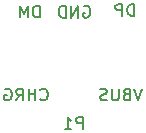
<source format=gbr>
G04 #@! TF.FileFunction,Legend,Bot*
%FSLAX46Y46*%
G04 Gerber Fmt 4.6, Leading zero omitted, Abs format (unit mm)*
G04 Created by KiCad (PCBNEW 0.201508300901+6132~28~ubuntu15.04.1-product) date Thu 03 Sep 2015 23:07:28 CEST*
%MOMM*%
G01*
G04 APERTURE LIST*
%ADD10C,0.100000*%
%ADD11C,0.150000*%
G04 APERTURE END LIST*
D10*
D11*
X152640095Y-106174381D02*
X152640095Y-105174381D01*
X152259142Y-105174381D01*
X152163904Y-105222000D01*
X152116285Y-105269619D01*
X152068666Y-105364857D01*
X152068666Y-105507714D01*
X152116285Y-105602952D01*
X152163904Y-105650571D01*
X152259142Y-105698190D01*
X152640095Y-105698190D01*
X151116285Y-106174381D02*
X151687714Y-106174381D01*
X151402000Y-106174381D02*
X151402000Y-105174381D01*
X151497238Y-105317238D01*
X151592476Y-105412476D01*
X151687714Y-105460095D01*
X148985333Y-96724381D02*
X148985333Y-95724381D01*
X148747238Y-95724381D01*
X148604380Y-95772000D01*
X148509142Y-95867238D01*
X148461523Y-95962476D01*
X148413904Y-96152952D01*
X148413904Y-96295810D01*
X148461523Y-96486286D01*
X148509142Y-96581524D01*
X148604380Y-96676762D01*
X148747238Y-96724381D01*
X148985333Y-96724381D01*
X147985333Y-96724381D02*
X147985333Y-95724381D01*
X147651999Y-96438667D01*
X147318666Y-95724381D01*
X147318666Y-96724381D01*
X156983905Y-96604381D02*
X156983905Y-95604381D01*
X156745810Y-95604381D01*
X156602952Y-95652000D01*
X156507714Y-95747238D01*
X156460095Y-95842476D01*
X156412476Y-96032952D01*
X156412476Y-96175810D01*
X156460095Y-96366286D01*
X156507714Y-96461524D01*
X156602952Y-96556762D01*
X156745810Y-96604381D01*
X156983905Y-96604381D01*
X155983905Y-96604381D02*
X155983905Y-95604381D01*
X155602952Y-95604381D01*
X155507714Y-95652000D01*
X155460095Y-95699619D01*
X155412476Y-95794857D01*
X155412476Y-95937714D01*
X155460095Y-96032952D01*
X155507714Y-96080571D01*
X155602952Y-96128190D01*
X155983905Y-96128190D01*
X152713904Y-95792000D02*
X152809142Y-95744381D01*
X152951999Y-95744381D01*
X153094857Y-95792000D01*
X153190095Y-95887238D01*
X153237714Y-95982476D01*
X153285333Y-96172952D01*
X153285333Y-96315810D01*
X153237714Y-96506286D01*
X153190095Y-96601524D01*
X153094857Y-96696762D01*
X152951999Y-96744381D01*
X152856761Y-96744381D01*
X152713904Y-96696762D01*
X152666285Y-96649143D01*
X152666285Y-96315810D01*
X152856761Y-96315810D01*
X152237714Y-96744381D02*
X152237714Y-95744381D01*
X151666285Y-96744381D01*
X151666285Y-95744381D01*
X151190095Y-96744381D02*
X151190095Y-95744381D01*
X150952000Y-95744381D01*
X150809142Y-95792000D01*
X150713904Y-95887238D01*
X150666285Y-95982476D01*
X150618666Y-96172952D01*
X150618666Y-96315810D01*
X150666285Y-96506286D01*
X150713904Y-96601524D01*
X150809142Y-96696762D01*
X150952000Y-96744381D01*
X151190095Y-96744381D01*
X149056285Y-103659143D02*
X149103904Y-103706762D01*
X149246761Y-103754381D01*
X149341999Y-103754381D01*
X149484857Y-103706762D01*
X149580095Y-103611524D01*
X149627714Y-103516286D01*
X149675333Y-103325810D01*
X149675333Y-103182952D01*
X149627714Y-102992476D01*
X149580095Y-102897238D01*
X149484857Y-102802000D01*
X149341999Y-102754381D01*
X149246761Y-102754381D01*
X149103904Y-102802000D01*
X149056285Y-102849619D01*
X148627714Y-103754381D02*
X148627714Y-102754381D01*
X148627714Y-103230571D02*
X148056285Y-103230571D01*
X148056285Y-103754381D02*
X148056285Y-102754381D01*
X147008666Y-103754381D02*
X147342000Y-103278190D01*
X147580095Y-103754381D02*
X147580095Y-102754381D01*
X147199142Y-102754381D01*
X147103904Y-102802000D01*
X147056285Y-102849619D01*
X147008666Y-102944857D01*
X147008666Y-103087714D01*
X147056285Y-103182952D01*
X147103904Y-103230571D01*
X147199142Y-103278190D01*
X147580095Y-103278190D01*
X146056285Y-102802000D02*
X146151523Y-102754381D01*
X146294380Y-102754381D01*
X146437238Y-102802000D01*
X146532476Y-102897238D01*
X146580095Y-102992476D01*
X146627714Y-103182952D01*
X146627714Y-103325810D01*
X146580095Y-103516286D01*
X146532476Y-103611524D01*
X146437238Y-103706762D01*
X146294380Y-103754381D01*
X146199142Y-103754381D01*
X146056285Y-103706762D01*
X146008666Y-103659143D01*
X146008666Y-103325810D01*
X146199142Y-103325810D01*
X157685333Y-102754381D02*
X157352000Y-103754381D01*
X157018666Y-102754381D01*
X156351999Y-103230571D02*
X156209142Y-103278190D01*
X156161523Y-103325810D01*
X156113904Y-103421048D01*
X156113904Y-103563905D01*
X156161523Y-103659143D01*
X156209142Y-103706762D01*
X156304380Y-103754381D01*
X156685333Y-103754381D01*
X156685333Y-102754381D01*
X156351999Y-102754381D01*
X156256761Y-102802000D01*
X156209142Y-102849619D01*
X156161523Y-102944857D01*
X156161523Y-103040095D01*
X156209142Y-103135333D01*
X156256761Y-103182952D01*
X156351999Y-103230571D01*
X156685333Y-103230571D01*
X155685333Y-102754381D02*
X155685333Y-103563905D01*
X155637714Y-103659143D01*
X155590095Y-103706762D01*
X155494857Y-103754381D01*
X155304380Y-103754381D01*
X155209142Y-103706762D01*
X155161523Y-103659143D01*
X155113904Y-103563905D01*
X155113904Y-102754381D01*
X154685333Y-103706762D02*
X154542476Y-103754381D01*
X154304380Y-103754381D01*
X154209142Y-103706762D01*
X154161523Y-103659143D01*
X154113904Y-103563905D01*
X154113904Y-103468667D01*
X154161523Y-103373429D01*
X154209142Y-103325810D01*
X154304380Y-103278190D01*
X154494857Y-103230571D01*
X154590095Y-103182952D01*
X154637714Y-103135333D01*
X154685333Y-103040095D01*
X154685333Y-102944857D01*
X154637714Y-102849619D01*
X154590095Y-102802000D01*
X154494857Y-102754381D01*
X154256761Y-102754381D01*
X154113904Y-102802000D01*
M02*

</source>
